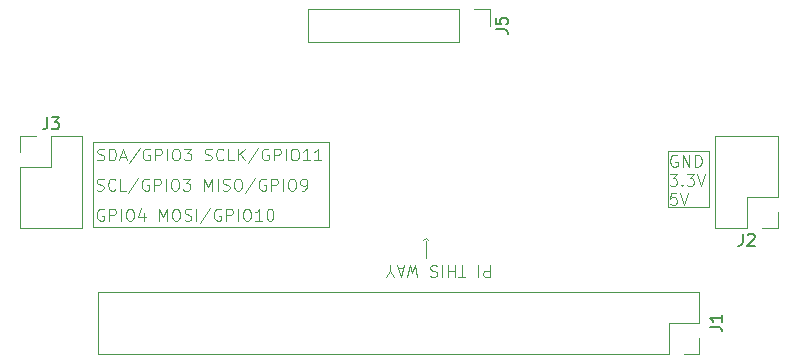
<source format=gto>
G04 #@! TF.GenerationSoftware,KiCad,Pcbnew,9.0.2*
G04 #@! TF.CreationDate,2025-10-25T16:25:04-04:00*
G04 #@! TF.ProjectId,Display,44697370-6c61-4792-9e6b-696361645f70,rev?*
G04 #@! TF.SameCoordinates,Original*
G04 #@! TF.FileFunction,Legend,Top*
G04 #@! TF.FilePolarity,Positive*
%FSLAX46Y46*%
G04 Gerber Fmt 4.6, Leading zero omitted, Abs format (unit mm)*
G04 Created by KiCad (PCBNEW 9.0.2) date 2025-10-25 16:25:04*
%MOMM*%
%LPD*%
G01*
G04 APERTURE LIST*
%ADD10C,0.100000*%
%ADD11C,0.150000*%
%ADD12C,0.120000*%
%ADD13R,1.700000X1.700000*%
%ADD14C,1.700000*%
G04 APERTURE END LIST*
D10*
X190550000Y-71350000D02*
X194000000Y-71350000D01*
X194000000Y-76050000D01*
X190550000Y-76050000D01*
X190550000Y-71350000D01*
X141850000Y-70600000D02*
X161900000Y-70600000D01*
X161900000Y-77800000D01*
X141850000Y-77800000D01*
X141850000Y-70600000D01*
X175496115Y-80977580D02*
X175496115Y-81977580D01*
X175496115Y-81977580D02*
X175115163Y-81977580D01*
X175115163Y-81977580D02*
X175019925Y-81929961D01*
X175019925Y-81929961D02*
X174972306Y-81882342D01*
X174972306Y-81882342D02*
X174924687Y-81787104D01*
X174924687Y-81787104D02*
X174924687Y-81644247D01*
X174924687Y-81644247D02*
X174972306Y-81549009D01*
X174972306Y-81549009D02*
X175019925Y-81501390D01*
X175019925Y-81501390D02*
X175115163Y-81453771D01*
X175115163Y-81453771D02*
X175496115Y-81453771D01*
X174496115Y-80977580D02*
X174496115Y-81977580D01*
X173400877Y-81977580D02*
X172829449Y-81977580D01*
X173115163Y-80977580D02*
X173115163Y-81977580D01*
X172496115Y-80977580D02*
X172496115Y-81977580D01*
X172496115Y-81501390D02*
X171924687Y-81501390D01*
X171924687Y-80977580D02*
X171924687Y-81977580D01*
X171448496Y-80977580D02*
X171448496Y-81977580D01*
X171019925Y-81025200D02*
X170877068Y-80977580D01*
X170877068Y-80977580D02*
X170638973Y-80977580D01*
X170638973Y-80977580D02*
X170543735Y-81025200D01*
X170543735Y-81025200D02*
X170496116Y-81072819D01*
X170496116Y-81072819D02*
X170448497Y-81168057D01*
X170448497Y-81168057D02*
X170448497Y-81263295D01*
X170448497Y-81263295D02*
X170496116Y-81358533D01*
X170496116Y-81358533D02*
X170543735Y-81406152D01*
X170543735Y-81406152D02*
X170638973Y-81453771D01*
X170638973Y-81453771D02*
X170829449Y-81501390D01*
X170829449Y-81501390D02*
X170924687Y-81549009D01*
X170924687Y-81549009D02*
X170972306Y-81596628D01*
X170972306Y-81596628D02*
X171019925Y-81691866D01*
X171019925Y-81691866D02*
X171019925Y-81787104D01*
X171019925Y-81787104D02*
X170972306Y-81882342D01*
X170972306Y-81882342D02*
X170924687Y-81929961D01*
X170924687Y-81929961D02*
X170829449Y-81977580D01*
X170829449Y-81977580D02*
X170591354Y-81977580D01*
X170591354Y-81977580D02*
X170448497Y-81929961D01*
X169353258Y-81977580D02*
X169115163Y-80977580D01*
X169115163Y-80977580D02*
X168924687Y-81691866D01*
X168924687Y-81691866D02*
X168734211Y-80977580D01*
X168734211Y-80977580D02*
X168496116Y-81977580D01*
X168162782Y-81263295D02*
X167686592Y-81263295D01*
X168258020Y-80977580D02*
X167924687Y-81977580D01*
X167924687Y-81977580D02*
X167591354Y-80977580D01*
X167067544Y-81453771D02*
X167067544Y-80977580D01*
X167400877Y-81977580D02*
X167067544Y-81453771D01*
X167067544Y-81453771D02*
X166734211Y-81977580D01*
X142206265Y-74624800D02*
X142349122Y-74672419D01*
X142349122Y-74672419D02*
X142587217Y-74672419D01*
X142587217Y-74672419D02*
X142682455Y-74624800D01*
X142682455Y-74624800D02*
X142730074Y-74577180D01*
X142730074Y-74577180D02*
X142777693Y-74481942D01*
X142777693Y-74481942D02*
X142777693Y-74386704D01*
X142777693Y-74386704D02*
X142730074Y-74291466D01*
X142730074Y-74291466D02*
X142682455Y-74243847D01*
X142682455Y-74243847D02*
X142587217Y-74196228D01*
X142587217Y-74196228D02*
X142396741Y-74148609D01*
X142396741Y-74148609D02*
X142301503Y-74100990D01*
X142301503Y-74100990D02*
X142253884Y-74053371D01*
X142253884Y-74053371D02*
X142206265Y-73958133D01*
X142206265Y-73958133D02*
X142206265Y-73862895D01*
X142206265Y-73862895D02*
X142253884Y-73767657D01*
X142253884Y-73767657D02*
X142301503Y-73720038D01*
X142301503Y-73720038D02*
X142396741Y-73672419D01*
X142396741Y-73672419D02*
X142634836Y-73672419D01*
X142634836Y-73672419D02*
X142777693Y-73720038D01*
X143777693Y-74577180D02*
X143730074Y-74624800D01*
X143730074Y-74624800D02*
X143587217Y-74672419D01*
X143587217Y-74672419D02*
X143491979Y-74672419D01*
X143491979Y-74672419D02*
X143349122Y-74624800D01*
X143349122Y-74624800D02*
X143253884Y-74529561D01*
X143253884Y-74529561D02*
X143206265Y-74434323D01*
X143206265Y-74434323D02*
X143158646Y-74243847D01*
X143158646Y-74243847D02*
X143158646Y-74100990D01*
X143158646Y-74100990D02*
X143206265Y-73910514D01*
X143206265Y-73910514D02*
X143253884Y-73815276D01*
X143253884Y-73815276D02*
X143349122Y-73720038D01*
X143349122Y-73720038D02*
X143491979Y-73672419D01*
X143491979Y-73672419D02*
X143587217Y-73672419D01*
X143587217Y-73672419D02*
X143730074Y-73720038D01*
X143730074Y-73720038D02*
X143777693Y-73767657D01*
X144682455Y-74672419D02*
X144206265Y-74672419D01*
X144206265Y-74672419D02*
X144206265Y-73672419D01*
X145730074Y-73624800D02*
X144872932Y-74910514D01*
X146587217Y-73720038D02*
X146491979Y-73672419D01*
X146491979Y-73672419D02*
X146349122Y-73672419D01*
X146349122Y-73672419D02*
X146206265Y-73720038D01*
X146206265Y-73720038D02*
X146111027Y-73815276D01*
X146111027Y-73815276D02*
X146063408Y-73910514D01*
X146063408Y-73910514D02*
X146015789Y-74100990D01*
X146015789Y-74100990D02*
X146015789Y-74243847D01*
X146015789Y-74243847D02*
X146063408Y-74434323D01*
X146063408Y-74434323D02*
X146111027Y-74529561D01*
X146111027Y-74529561D02*
X146206265Y-74624800D01*
X146206265Y-74624800D02*
X146349122Y-74672419D01*
X146349122Y-74672419D02*
X146444360Y-74672419D01*
X146444360Y-74672419D02*
X146587217Y-74624800D01*
X146587217Y-74624800D02*
X146634836Y-74577180D01*
X146634836Y-74577180D02*
X146634836Y-74243847D01*
X146634836Y-74243847D02*
X146444360Y-74243847D01*
X147063408Y-74672419D02*
X147063408Y-73672419D01*
X147063408Y-73672419D02*
X147444360Y-73672419D01*
X147444360Y-73672419D02*
X147539598Y-73720038D01*
X147539598Y-73720038D02*
X147587217Y-73767657D01*
X147587217Y-73767657D02*
X147634836Y-73862895D01*
X147634836Y-73862895D02*
X147634836Y-74005752D01*
X147634836Y-74005752D02*
X147587217Y-74100990D01*
X147587217Y-74100990D02*
X147539598Y-74148609D01*
X147539598Y-74148609D02*
X147444360Y-74196228D01*
X147444360Y-74196228D02*
X147063408Y-74196228D01*
X148063408Y-74672419D02*
X148063408Y-73672419D01*
X148730074Y-73672419D02*
X148920550Y-73672419D01*
X148920550Y-73672419D02*
X149015788Y-73720038D01*
X149015788Y-73720038D02*
X149111026Y-73815276D01*
X149111026Y-73815276D02*
X149158645Y-74005752D01*
X149158645Y-74005752D02*
X149158645Y-74339085D01*
X149158645Y-74339085D02*
X149111026Y-74529561D01*
X149111026Y-74529561D02*
X149015788Y-74624800D01*
X149015788Y-74624800D02*
X148920550Y-74672419D01*
X148920550Y-74672419D02*
X148730074Y-74672419D01*
X148730074Y-74672419D02*
X148634836Y-74624800D01*
X148634836Y-74624800D02*
X148539598Y-74529561D01*
X148539598Y-74529561D02*
X148491979Y-74339085D01*
X148491979Y-74339085D02*
X148491979Y-74005752D01*
X148491979Y-74005752D02*
X148539598Y-73815276D01*
X148539598Y-73815276D02*
X148634836Y-73720038D01*
X148634836Y-73720038D02*
X148730074Y-73672419D01*
X149491979Y-73672419D02*
X150111026Y-73672419D01*
X150111026Y-73672419D02*
X149777693Y-74053371D01*
X149777693Y-74053371D02*
X149920550Y-74053371D01*
X149920550Y-74053371D02*
X150015788Y-74100990D01*
X150015788Y-74100990D02*
X150063407Y-74148609D01*
X150063407Y-74148609D02*
X150111026Y-74243847D01*
X150111026Y-74243847D02*
X150111026Y-74481942D01*
X150111026Y-74481942D02*
X150063407Y-74577180D01*
X150063407Y-74577180D02*
X150015788Y-74624800D01*
X150015788Y-74624800D02*
X149920550Y-74672419D01*
X149920550Y-74672419D02*
X149634836Y-74672419D01*
X149634836Y-74672419D02*
X149539598Y-74624800D01*
X149539598Y-74624800D02*
X149491979Y-74577180D01*
X151301503Y-74672419D02*
X151301503Y-73672419D01*
X151301503Y-73672419D02*
X151634836Y-74386704D01*
X151634836Y-74386704D02*
X151968169Y-73672419D01*
X151968169Y-73672419D02*
X151968169Y-74672419D01*
X152444360Y-74672419D02*
X152444360Y-73672419D01*
X152872931Y-74624800D02*
X153015788Y-74672419D01*
X153015788Y-74672419D02*
X153253883Y-74672419D01*
X153253883Y-74672419D02*
X153349121Y-74624800D01*
X153349121Y-74624800D02*
X153396740Y-74577180D01*
X153396740Y-74577180D02*
X153444359Y-74481942D01*
X153444359Y-74481942D02*
X153444359Y-74386704D01*
X153444359Y-74386704D02*
X153396740Y-74291466D01*
X153396740Y-74291466D02*
X153349121Y-74243847D01*
X153349121Y-74243847D02*
X153253883Y-74196228D01*
X153253883Y-74196228D02*
X153063407Y-74148609D01*
X153063407Y-74148609D02*
X152968169Y-74100990D01*
X152968169Y-74100990D02*
X152920550Y-74053371D01*
X152920550Y-74053371D02*
X152872931Y-73958133D01*
X152872931Y-73958133D02*
X152872931Y-73862895D01*
X152872931Y-73862895D02*
X152920550Y-73767657D01*
X152920550Y-73767657D02*
X152968169Y-73720038D01*
X152968169Y-73720038D02*
X153063407Y-73672419D01*
X153063407Y-73672419D02*
X153301502Y-73672419D01*
X153301502Y-73672419D02*
X153444359Y-73720038D01*
X154063407Y-73672419D02*
X154253883Y-73672419D01*
X154253883Y-73672419D02*
X154349121Y-73720038D01*
X154349121Y-73720038D02*
X154444359Y-73815276D01*
X154444359Y-73815276D02*
X154491978Y-74005752D01*
X154491978Y-74005752D02*
X154491978Y-74339085D01*
X154491978Y-74339085D02*
X154444359Y-74529561D01*
X154444359Y-74529561D02*
X154349121Y-74624800D01*
X154349121Y-74624800D02*
X154253883Y-74672419D01*
X154253883Y-74672419D02*
X154063407Y-74672419D01*
X154063407Y-74672419D02*
X153968169Y-74624800D01*
X153968169Y-74624800D02*
X153872931Y-74529561D01*
X153872931Y-74529561D02*
X153825312Y-74339085D01*
X153825312Y-74339085D02*
X153825312Y-74005752D01*
X153825312Y-74005752D02*
X153872931Y-73815276D01*
X153872931Y-73815276D02*
X153968169Y-73720038D01*
X153968169Y-73720038D02*
X154063407Y-73672419D01*
X155634835Y-73624800D02*
X154777693Y-74910514D01*
X156491978Y-73720038D02*
X156396740Y-73672419D01*
X156396740Y-73672419D02*
X156253883Y-73672419D01*
X156253883Y-73672419D02*
X156111026Y-73720038D01*
X156111026Y-73720038D02*
X156015788Y-73815276D01*
X156015788Y-73815276D02*
X155968169Y-73910514D01*
X155968169Y-73910514D02*
X155920550Y-74100990D01*
X155920550Y-74100990D02*
X155920550Y-74243847D01*
X155920550Y-74243847D02*
X155968169Y-74434323D01*
X155968169Y-74434323D02*
X156015788Y-74529561D01*
X156015788Y-74529561D02*
X156111026Y-74624800D01*
X156111026Y-74624800D02*
X156253883Y-74672419D01*
X156253883Y-74672419D02*
X156349121Y-74672419D01*
X156349121Y-74672419D02*
X156491978Y-74624800D01*
X156491978Y-74624800D02*
X156539597Y-74577180D01*
X156539597Y-74577180D02*
X156539597Y-74243847D01*
X156539597Y-74243847D02*
X156349121Y-74243847D01*
X156968169Y-74672419D02*
X156968169Y-73672419D01*
X156968169Y-73672419D02*
X157349121Y-73672419D01*
X157349121Y-73672419D02*
X157444359Y-73720038D01*
X157444359Y-73720038D02*
X157491978Y-73767657D01*
X157491978Y-73767657D02*
X157539597Y-73862895D01*
X157539597Y-73862895D02*
X157539597Y-74005752D01*
X157539597Y-74005752D02*
X157491978Y-74100990D01*
X157491978Y-74100990D02*
X157444359Y-74148609D01*
X157444359Y-74148609D02*
X157349121Y-74196228D01*
X157349121Y-74196228D02*
X156968169Y-74196228D01*
X157968169Y-74672419D02*
X157968169Y-73672419D01*
X158634835Y-73672419D02*
X158825311Y-73672419D01*
X158825311Y-73672419D02*
X158920549Y-73720038D01*
X158920549Y-73720038D02*
X159015787Y-73815276D01*
X159015787Y-73815276D02*
X159063406Y-74005752D01*
X159063406Y-74005752D02*
X159063406Y-74339085D01*
X159063406Y-74339085D02*
X159015787Y-74529561D01*
X159015787Y-74529561D02*
X158920549Y-74624800D01*
X158920549Y-74624800D02*
X158825311Y-74672419D01*
X158825311Y-74672419D02*
X158634835Y-74672419D01*
X158634835Y-74672419D02*
X158539597Y-74624800D01*
X158539597Y-74624800D02*
X158444359Y-74529561D01*
X158444359Y-74529561D02*
X158396740Y-74339085D01*
X158396740Y-74339085D02*
X158396740Y-74005752D01*
X158396740Y-74005752D02*
X158444359Y-73815276D01*
X158444359Y-73815276D02*
X158539597Y-73720038D01*
X158539597Y-73720038D02*
X158634835Y-73672419D01*
X159539597Y-74672419D02*
X159730073Y-74672419D01*
X159730073Y-74672419D02*
X159825311Y-74624800D01*
X159825311Y-74624800D02*
X159872930Y-74577180D01*
X159872930Y-74577180D02*
X159968168Y-74434323D01*
X159968168Y-74434323D02*
X160015787Y-74243847D01*
X160015787Y-74243847D02*
X160015787Y-73862895D01*
X160015787Y-73862895D02*
X159968168Y-73767657D01*
X159968168Y-73767657D02*
X159920549Y-73720038D01*
X159920549Y-73720038D02*
X159825311Y-73672419D01*
X159825311Y-73672419D02*
X159634835Y-73672419D01*
X159634835Y-73672419D02*
X159539597Y-73720038D01*
X159539597Y-73720038D02*
X159491978Y-73767657D01*
X159491978Y-73767657D02*
X159444359Y-73862895D01*
X159444359Y-73862895D02*
X159444359Y-74100990D01*
X159444359Y-74100990D02*
X159491978Y-74196228D01*
X159491978Y-74196228D02*
X159539597Y-74243847D01*
X159539597Y-74243847D02*
X159634835Y-74291466D01*
X159634835Y-74291466D02*
X159825311Y-74291466D01*
X159825311Y-74291466D02*
X159920549Y-74243847D01*
X159920549Y-74243847D02*
X159968168Y-74196228D01*
X159968168Y-74196228D02*
X160015787Y-74100990D01*
X169861027Y-78817657D02*
X170051503Y-78674800D01*
X170051503Y-78674800D02*
X170241979Y-78817657D01*
X142777693Y-76270038D02*
X142682455Y-76222419D01*
X142682455Y-76222419D02*
X142539598Y-76222419D01*
X142539598Y-76222419D02*
X142396741Y-76270038D01*
X142396741Y-76270038D02*
X142301503Y-76365276D01*
X142301503Y-76365276D02*
X142253884Y-76460514D01*
X142253884Y-76460514D02*
X142206265Y-76650990D01*
X142206265Y-76650990D02*
X142206265Y-76793847D01*
X142206265Y-76793847D02*
X142253884Y-76984323D01*
X142253884Y-76984323D02*
X142301503Y-77079561D01*
X142301503Y-77079561D02*
X142396741Y-77174800D01*
X142396741Y-77174800D02*
X142539598Y-77222419D01*
X142539598Y-77222419D02*
X142634836Y-77222419D01*
X142634836Y-77222419D02*
X142777693Y-77174800D01*
X142777693Y-77174800D02*
X142825312Y-77127180D01*
X142825312Y-77127180D02*
X142825312Y-76793847D01*
X142825312Y-76793847D02*
X142634836Y-76793847D01*
X143253884Y-77222419D02*
X143253884Y-76222419D01*
X143253884Y-76222419D02*
X143634836Y-76222419D01*
X143634836Y-76222419D02*
X143730074Y-76270038D01*
X143730074Y-76270038D02*
X143777693Y-76317657D01*
X143777693Y-76317657D02*
X143825312Y-76412895D01*
X143825312Y-76412895D02*
X143825312Y-76555752D01*
X143825312Y-76555752D02*
X143777693Y-76650990D01*
X143777693Y-76650990D02*
X143730074Y-76698609D01*
X143730074Y-76698609D02*
X143634836Y-76746228D01*
X143634836Y-76746228D02*
X143253884Y-76746228D01*
X144253884Y-77222419D02*
X144253884Y-76222419D01*
X144920550Y-76222419D02*
X145111026Y-76222419D01*
X145111026Y-76222419D02*
X145206264Y-76270038D01*
X145206264Y-76270038D02*
X145301502Y-76365276D01*
X145301502Y-76365276D02*
X145349121Y-76555752D01*
X145349121Y-76555752D02*
X145349121Y-76889085D01*
X145349121Y-76889085D02*
X145301502Y-77079561D01*
X145301502Y-77079561D02*
X145206264Y-77174800D01*
X145206264Y-77174800D02*
X145111026Y-77222419D01*
X145111026Y-77222419D02*
X144920550Y-77222419D01*
X144920550Y-77222419D02*
X144825312Y-77174800D01*
X144825312Y-77174800D02*
X144730074Y-77079561D01*
X144730074Y-77079561D02*
X144682455Y-76889085D01*
X144682455Y-76889085D02*
X144682455Y-76555752D01*
X144682455Y-76555752D02*
X144730074Y-76365276D01*
X144730074Y-76365276D02*
X144825312Y-76270038D01*
X144825312Y-76270038D02*
X144920550Y-76222419D01*
X146206264Y-76555752D02*
X146206264Y-77222419D01*
X145968169Y-76174800D02*
X145730074Y-76889085D01*
X145730074Y-76889085D02*
X146349121Y-76889085D01*
X147491979Y-77222419D02*
X147491979Y-76222419D01*
X147491979Y-76222419D02*
X147825312Y-76936704D01*
X147825312Y-76936704D02*
X148158645Y-76222419D01*
X148158645Y-76222419D02*
X148158645Y-77222419D01*
X148825312Y-76222419D02*
X149015788Y-76222419D01*
X149015788Y-76222419D02*
X149111026Y-76270038D01*
X149111026Y-76270038D02*
X149206264Y-76365276D01*
X149206264Y-76365276D02*
X149253883Y-76555752D01*
X149253883Y-76555752D02*
X149253883Y-76889085D01*
X149253883Y-76889085D02*
X149206264Y-77079561D01*
X149206264Y-77079561D02*
X149111026Y-77174800D01*
X149111026Y-77174800D02*
X149015788Y-77222419D01*
X149015788Y-77222419D02*
X148825312Y-77222419D01*
X148825312Y-77222419D02*
X148730074Y-77174800D01*
X148730074Y-77174800D02*
X148634836Y-77079561D01*
X148634836Y-77079561D02*
X148587217Y-76889085D01*
X148587217Y-76889085D02*
X148587217Y-76555752D01*
X148587217Y-76555752D02*
X148634836Y-76365276D01*
X148634836Y-76365276D02*
X148730074Y-76270038D01*
X148730074Y-76270038D02*
X148825312Y-76222419D01*
X149634836Y-77174800D02*
X149777693Y-77222419D01*
X149777693Y-77222419D02*
X150015788Y-77222419D01*
X150015788Y-77222419D02*
X150111026Y-77174800D01*
X150111026Y-77174800D02*
X150158645Y-77127180D01*
X150158645Y-77127180D02*
X150206264Y-77031942D01*
X150206264Y-77031942D02*
X150206264Y-76936704D01*
X150206264Y-76936704D02*
X150158645Y-76841466D01*
X150158645Y-76841466D02*
X150111026Y-76793847D01*
X150111026Y-76793847D02*
X150015788Y-76746228D01*
X150015788Y-76746228D02*
X149825312Y-76698609D01*
X149825312Y-76698609D02*
X149730074Y-76650990D01*
X149730074Y-76650990D02*
X149682455Y-76603371D01*
X149682455Y-76603371D02*
X149634836Y-76508133D01*
X149634836Y-76508133D02*
X149634836Y-76412895D01*
X149634836Y-76412895D02*
X149682455Y-76317657D01*
X149682455Y-76317657D02*
X149730074Y-76270038D01*
X149730074Y-76270038D02*
X149825312Y-76222419D01*
X149825312Y-76222419D02*
X150063407Y-76222419D01*
X150063407Y-76222419D02*
X150206264Y-76270038D01*
X150634836Y-77222419D02*
X150634836Y-76222419D01*
X151825311Y-76174800D02*
X150968169Y-77460514D01*
X152682454Y-76270038D02*
X152587216Y-76222419D01*
X152587216Y-76222419D02*
X152444359Y-76222419D01*
X152444359Y-76222419D02*
X152301502Y-76270038D01*
X152301502Y-76270038D02*
X152206264Y-76365276D01*
X152206264Y-76365276D02*
X152158645Y-76460514D01*
X152158645Y-76460514D02*
X152111026Y-76650990D01*
X152111026Y-76650990D02*
X152111026Y-76793847D01*
X152111026Y-76793847D02*
X152158645Y-76984323D01*
X152158645Y-76984323D02*
X152206264Y-77079561D01*
X152206264Y-77079561D02*
X152301502Y-77174800D01*
X152301502Y-77174800D02*
X152444359Y-77222419D01*
X152444359Y-77222419D02*
X152539597Y-77222419D01*
X152539597Y-77222419D02*
X152682454Y-77174800D01*
X152682454Y-77174800D02*
X152730073Y-77127180D01*
X152730073Y-77127180D02*
X152730073Y-76793847D01*
X152730073Y-76793847D02*
X152539597Y-76793847D01*
X153158645Y-77222419D02*
X153158645Y-76222419D01*
X153158645Y-76222419D02*
X153539597Y-76222419D01*
X153539597Y-76222419D02*
X153634835Y-76270038D01*
X153634835Y-76270038D02*
X153682454Y-76317657D01*
X153682454Y-76317657D02*
X153730073Y-76412895D01*
X153730073Y-76412895D02*
X153730073Y-76555752D01*
X153730073Y-76555752D02*
X153682454Y-76650990D01*
X153682454Y-76650990D02*
X153634835Y-76698609D01*
X153634835Y-76698609D02*
X153539597Y-76746228D01*
X153539597Y-76746228D02*
X153158645Y-76746228D01*
X154158645Y-77222419D02*
X154158645Y-76222419D01*
X154825311Y-76222419D02*
X155015787Y-76222419D01*
X155015787Y-76222419D02*
X155111025Y-76270038D01*
X155111025Y-76270038D02*
X155206263Y-76365276D01*
X155206263Y-76365276D02*
X155253882Y-76555752D01*
X155253882Y-76555752D02*
X155253882Y-76889085D01*
X155253882Y-76889085D02*
X155206263Y-77079561D01*
X155206263Y-77079561D02*
X155111025Y-77174800D01*
X155111025Y-77174800D02*
X155015787Y-77222419D01*
X155015787Y-77222419D02*
X154825311Y-77222419D01*
X154825311Y-77222419D02*
X154730073Y-77174800D01*
X154730073Y-77174800D02*
X154634835Y-77079561D01*
X154634835Y-77079561D02*
X154587216Y-76889085D01*
X154587216Y-76889085D02*
X154587216Y-76555752D01*
X154587216Y-76555752D02*
X154634835Y-76365276D01*
X154634835Y-76365276D02*
X154730073Y-76270038D01*
X154730073Y-76270038D02*
X154825311Y-76222419D01*
X156206263Y-77222419D02*
X155634835Y-77222419D01*
X155920549Y-77222419D02*
X155920549Y-76222419D01*
X155920549Y-76222419D02*
X155825311Y-76365276D01*
X155825311Y-76365276D02*
X155730073Y-76460514D01*
X155730073Y-76460514D02*
X155634835Y-76508133D01*
X156825311Y-76222419D02*
X156920549Y-76222419D01*
X156920549Y-76222419D02*
X157015787Y-76270038D01*
X157015787Y-76270038D02*
X157063406Y-76317657D01*
X157063406Y-76317657D02*
X157111025Y-76412895D01*
X157111025Y-76412895D02*
X157158644Y-76603371D01*
X157158644Y-76603371D02*
X157158644Y-76841466D01*
X157158644Y-76841466D02*
X157111025Y-77031942D01*
X157111025Y-77031942D02*
X157063406Y-77127180D01*
X157063406Y-77127180D02*
X157015787Y-77174800D01*
X157015787Y-77174800D02*
X156920549Y-77222419D01*
X156920549Y-77222419D02*
X156825311Y-77222419D01*
X156825311Y-77222419D02*
X156730073Y-77174800D01*
X156730073Y-77174800D02*
X156682454Y-77127180D01*
X156682454Y-77127180D02*
X156634835Y-77031942D01*
X156634835Y-77031942D02*
X156587216Y-76841466D01*
X156587216Y-76841466D02*
X156587216Y-76603371D01*
X156587216Y-76603371D02*
X156634835Y-76412895D01*
X156634835Y-76412895D02*
X156682454Y-76317657D01*
X156682454Y-76317657D02*
X156730073Y-76270038D01*
X156730073Y-76270038D02*
X156825311Y-76222419D01*
X142256265Y-72074800D02*
X142399122Y-72122419D01*
X142399122Y-72122419D02*
X142637217Y-72122419D01*
X142637217Y-72122419D02*
X142732455Y-72074800D01*
X142732455Y-72074800D02*
X142780074Y-72027180D01*
X142780074Y-72027180D02*
X142827693Y-71931942D01*
X142827693Y-71931942D02*
X142827693Y-71836704D01*
X142827693Y-71836704D02*
X142780074Y-71741466D01*
X142780074Y-71741466D02*
X142732455Y-71693847D01*
X142732455Y-71693847D02*
X142637217Y-71646228D01*
X142637217Y-71646228D02*
X142446741Y-71598609D01*
X142446741Y-71598609D02*
X142351503Y-71550990D01*
X142351503Y-71550990D02*
X142303884Y-71503371D01*
X142303884Y-71503371D02*
X142256265Y-71408133D01*
X142256265Y-71408133D02*
X142256265Y-71312895D01*
X142256265Y-71312895D02*
X142303884Y-71217657D01*
X142303884Y-71217657D02*
X142351503Y-71170038D01*
X142351503Y-71170038D02*
X142446741Y-71122419D01*
X142446741Y-71122419D02*
X142684836Y-71122419D01*
X142684836Y-71122419D02*
X142827693Y-71170038D01*
X143256265Y-72122419D02*
X143256265Y-71122419D01*
X143256265Y-71122419D02*
X143494360Y-71122419D01*
X143494360Y-71122419D02*
X143637217Y-71170038D01*
X143637217Y-71170038D02*
X143732455Y-71265276D01*
X143732455Y-71265276D02*
X143780074Y-71360514D01*
X143780074Y-71360514D02*
X143827693Y-71550990D01*
X143827693Y-71550990D02*
X143827693Y-71693847D01*
X143827693Y-71693847D02*
X143780074Y-71884323D01*
X143780074Y-71884323D02*
X143732455Y-71979561D01*
X143732455Y-71979561D02*
X143637217Y-72074800D01*
X143637217Y-72074800D02*
X143494360Y-72122419D01*
X143494360Y-72122419D02*
X143256265Y-72122419D01*
X144208646Y-71836704D02*
X144684836Y-71836704D01*
X144113408Y-72122419D02*
X144446741Y-71122419D01*
X144446741Y-71122419D02*
X144780074Y-72122419D01*
X145827693Y-71074800D02*
X144970551Y-72360514D01*
X146684836Y-71170038D02*
X146589598Y-71122419D01*
X146589598Y-71122419D02*
X146446741Y-71122419D01*
X146446741Y-71122419D02*
X146303884Y-71170038D01*
X146303884Y-71170038D02*
X146208646Y-71265276D01*
X146208646Y-71265276D02*
X146161027Y-71360514D01*
X146161027Y-71360514D02*
X146113408Y-71550990D01*
X146113408Y-71550990D02*
X146113408Y-71693847D01*
X146113408Y-71693847D02*
X146161027Y-71884323D01*
X146161027Y-71884323D02*
X146208646Y-71979561D01*
X146208646Y-71979561D02*
X146303884Y-72074800D01*
X146303884Y-72074800D02*
X146446741Y-72122419D01*
X146446741Y-72122419D02*
X146541979Y-72122419D01*
X146541979Y-72122419D02*
X146684836Y-72074800D01*
X146684836Y-72074800D02*
X146732455Y-72027180D01*
X146732455Y-72027180D02*
X146732455Y-71693847D01*
X146732455Y-71693847D02*
X146541979Y-71693847D01*
X147161027Y-72122419D02*
X147161027Y-71122419D01*
X147161027Y-71122419D02*
X147541979Y-71122419D01*
X147541979Y-71122419D02*
X147637217Y-71170038D01*
X147637217Y-71170038D02*
X147684836Y-71217657D01*
X147684836Y-71217657D02*
X147732455Y-71312895D01*
X147732455Y-71312895D02*
X147732455Y-71455752D01*
X147732455Y-71455752D02*
X147684836Y-71550990D01*
X147684836Y-71550990D02*
X147637217Y-71598609D01*
X147637217Y-71598609D02*
X147541979Y-71646228D01*
X147541979Y-71646228D02*
X147161027Y-71646228D01*
X148161027Y-72122419D02*
X148161027Y-71122419D01*
X148827693Y-71122419D02*
X149018169Y-71122419D01*
X149018169Y-71122419D02*
X149113407Y-71170038D01*
X149113407Y-71170038D02*
X149208645Y-71265276D01*
X149208645Y-71265276D02*
X149256264Y-71455752D01*
X149256264Y-71455752D02*
X149256264Y-71789085D01*
X149256264Y-71789085D02*
X149208645Y-71979561D01*
X149208645Y-71979561D02*
X149113407Y-72074800D01*
X149113407Y-72074800D02*
X149018169Y-72122419D01*
X149018169Y-72122419D02*
X148827693Y-72122419D01*
X148827693Y-72122419D02*
X148732455Y-72074800D01*
X148732455Y-72074800D02*
X148637217Y-71979561D01*
X148637217Y-71979561D02*
X148589598Y-71789085D01*
X148589598Y-71789085D02*
X148589598Y-71455752D01*
X148589598Y-71455752D02*
X148637217Y-71265276D01*
X148637217Y-71265276D02*
X148732455Y-71170038D01*
X148732455Y-71170038D02*
X148827693Y-71122419D01*
X149589598Y-71122419D02*
X150208645Y-71122419D01*
X150208645Y-71122419D02*
X149875312Y-71503371D01*
X149875312Y-71503371D02*
X150018169Y-71503371D01*
X150018169Y-71503371D02*
X150113407Y-71550990D01*
X150113407Y-71550990D02*
X150161026Y-71598609D01*
X150161026Y-71598609D02*
X150208645Y-71693847D01*
X150208645Y-71693847D02*
X150208645Y-71931942D01*
X150208645Y-71931942D02*
X150161026Y-72027180D01*
X150161026Y-72027180D02*
X150113407Y-72074800D01*
X150113407Y-72074800D02*
X150018169Y-72122419D01*
X150018169Y-72122419D02*
X149732455Y-72122419D01*
X149732455Y-72122419D02*
X149637217Y-72074800D01*
X149637217Y-72074800D02*
X149589598Y-72027180D01*
X151351503Y-72074800D02*
X151494360Y-72122419D01*
X151494360Y-72122419D02*
X151732455Y-72122419D01*
X151732455Y-72122419D02*
X151827693Y-72074800D01*
X151827693Y-72074800D02*
X151875312Y-72027180D01*
X151875312Y-72027180D02*
X151922931Y-71931942D01*
X151922931Y-71931942D02*
X151922931Y-71836704D01*
X151922931Y-71836704D02*
X151875312Y-71741466D01*
X151875312Y-71741466D02*
X151827693Y-71693847D01*
X151827693Y-71693847D02*
X151732455Y-71646228D01*
X151732455Y-71646228D02*
X151541979Y-71598609D01*
X151541979Y-71598609D02*
X151446741Y-71550990D01*
X151446741Y-71550990D02*
X151399122Y-71503371D01*
X151399122Y-71503371D02*
X151351503Y-71408133D01*
X151351503Y-71408133D02*
X151351503Y-71312895D01*
X151351503Y-71312895D02*
X151399122Y-71217657D01*
X151399122Y-71217657D02*
X151446741Y-71170038D01*
X151446741Y-71170038D02*
X151541979Y-71122419D01*
X151541979Y-71122419D02*
X151780074Y-71122419D01*
X151780074Y-71122419D02*
X151922931Y-71170038D01*
X152922931Y-72027180D02*
X152875312Y-72074800D01*
X152875312Y-72074800D02*
X152732455Y-72122419D01*
X152732455Y-72122419D02*
X152637217Y-72122419D01*
X152637217Y-72122419D02*
X152494360Y-72074800D01*
X152494360Y-72074800D02*
X152399122Y-71979561D01*
X152399122Y-71979561D02*
X152351503Y-71884323D01*
X152351503Y-71884323D02*
X152303884Y-71693847D01*
X152303884Y-71693847D02*
X152303884Y-71550990D01*
X152303884Y-71550990D02*
X152351503Y-71360514D01*
X152351503Y-71360514D02*
X152399122Y-71265276D01*
X152399122Y-71265276D02*
X152494360Y-71170038D01*
X152494360Y-71170038D02*
X152637217Y-71122419D01*
X152637217Y-71122419D02*
X152732455Y-71122419D01*
X152732455Y-71122419D02*
X152875312Y-71170038D01*
X152875312Y-71170038D02*
X152922931Y-71217657D01*
X153827693Y-72122419D02*
X153351503Y-72122419D01*
X153351503Y-72122419D02*
X153351503Y-71122419D01*
X154161027Y-72122419D02*
X154161027Y-71122419D01*
X154732455Y-72122419D02*
X154303884Y-71550990D01*
X154732455Y-71122419D02*
X154161027Y-71693847D01*
X155875312Y-71074800D02*
X155018170Y-72360514D01*
X156732455Y-71170038D02*
X156637217Y-71122419D01*
X156637217Y-71122419D02*
X156494360Y-71122419D01*
X156494360Y-71122419D02*
X156351503Y-71170038D01*
X156351503Y-71170038D02*
X156256265Y-71265276D01*
X156256265Y-71265276D02*
X156208646Y-71360514D01*
X156208646Y-71360514D02*
X156161027Y-71550990D01*
X156161027Y-71550990D02*
X156161027Y-71693847D01*
X156161027Y-71693847D02*
X156208646Y-71884323D01*
X156208646Y-71884323D02*
X156256265Y-71979561D01*
X156256265Y-71979561D02*
X156351503Y-72074800D01*
X156351503Y-72074800D02*
X156494360Y-72122419D01*
X156494360Y-72122419D02*
X156589598Y-72122419D01*
X156589598Y-72122419D02*
X156732455Y-72074800D01*
X156732455Y-72074800D02*
X156780074Y-72027180D01*
X156780074Y-72027180D02*
X156780074Y-71693847D01*
X156780074Y-71693847D02*
X156589598Y-71693847D01*
X157208646Y-72122419D02*
X157208646Y-71122419D01*
X157208646Y-71122419D02*
X157589598Y-71122419D01*
X157589598Y-71122419D02*
X157684836Y-71170038D01*
X157684836Y-71170038D02*
X157732455Y-71217657D01*
X157732455Y-71217657D02*
X157780074Y-71312895D01*
X157780074Y-71312895D02*
X157780074Y-71455752D01*
X157780074Y-71455752D02*
X157732455Y-71550990D01*
X157732455Y-71550990D02*
X157684836Y-71598609D01*
X157684836Y-71598609D02*
X157589598Y-71646228D01*
X157589598Y-71646228D02*
X157208646Y-71646228D01*
X158208646Y-72122419D02*
X158208646Y-71122419D01*
X158875312Y-71122419D02*
X159065788Y-71122419D01*
X159065788Y-71122419D02*
X159161026Y-71170038D01*
X159161026Y-71170038D02*
X159256264Y-71265276D01*
X159256264Y-71265276D02*
X159303883Y-71455752D01*
X159303883Y-71455752D02*
X159303883Y-71789085D01*
X159303883Y-71789085D02*
X159256264Y-71979561D01*
X159256264Y-71979561D02*
X159161026Y-72074800D01*
X159161026Y-72074800D02*
X159065788Y-72122419D01*
X159065788Y-72122419D02*
X158875312Y-72122419D01*
X158875312Y-72122419D02*
X158780074Y-72074800D01*
X158780074Y-72074800D02*
X158684836Y-71979561D01*
X158684836Y-71979561D02*
X158637217Y-71789085D01*
X158637217Y-71789085D02*
X158637217Y-71455752D01*
X158637217Y-71455752D02*
X158684836Y-71265276D01*
X158684836Y-71265276D02*
X158780074Y-71170038D01*
X158780074Y-71170038D02*
X158875312Y-71122419D01*
X160256264Y-72122419D02*
X159684836Y-72122419D01*
X159970550Y-72122419D02*
X159970550Y-71122419D01*
X159970550Y-71122419D02*
X159875312Y-71265276D01*
X159875312Y-71265276D02*
X159780074Y-71360514D01*
X159780074Y-71360514D02*
X159684836Y-71408133D01*
X161208645Y-72122419D02*
X160637217Y-72122419D01*
X160922931Y-72122419D02*
X160922931Y-71122419D01*
X160922931Y-71122419D02*
X160827693Y-71265276D01*
X160827693Y-71265276D02*
X160732455Y-71360514D01*
X160732455Y-71360514D02*
X160637217Y-71408133D01*
X191327693Y-71700150D02*
X191232455Y-71652531D01*
X191232455Y-71652531D02*
X191089598Y-71652531D01*
X191089598Y-71652531D02*
X190946741Y-71700150D01*
X190946741Y-71700150D02*
X190851503Y-71795388D01*
X190851503Y-71795388D02*
X190803884Y-71890626D01*
X190803884Y-71890626D02*
X190756265Y-72081102D01*
X190756265Y-72081102D02*
X190756265Y-72223959D01*
X190756265Y-72223959D02*
X190803884Y-72414435D01*
X190803884Y-72414435D02*
X190851503Y-72509673D01*
X190851503Y-72509673D02*
X190946741Y-72604912D01*
X190946741Y-72604912D02*
X191089598Y-72652531D01*
X191089598Y-72652531D02*
X191184836Y-72652531D01*
X191184836Y-72652531D02*
X191327693Y-72604912D01*
X191327693Y-72604912D02*
X191375312Y-72557292D01*
X191375312Y-72557292D02*
X191375312Y-72223959D01*
X191375312Y-72223959D02*
X191184836Y-72223959D01*
X191803884Y-72652531D02*
X191803884Y-71652531D01*
X191803884Y-71652531D02*
X192375312Y-72652531D01*
X192375312Y-72652531D02*
X192375312Y-71652531D01*
X192851503Y-72652531D02*
X192851503Y-71652531D01*
X192851503Y-71652531D02*
X193089598Y-71652531D01*
X193089598Y-71652531D02*
X193232455Y-71700150D01*
X193232455Y-71700150D02*
X193327693Y-71795388D01*
X193327693Y-71795388D02*
X193375312Y-71890626D01*
X193375312Y-71890626D02*
X193422931Y-72081102D01*
X193422931Y-72081102D02*
X193422931Y-72223959D01*
X193422931Y-72223959D02*
X193375312Y-72414435D01*
X193375312Y-72414435D02*
X193327693Y-72509673D01*
X193327693Y-72509673D02*
X193232455Y-72604912D01*
X193232455Y-72604912D02*
X193089598Y-72652531D01*
X193089598Y-72652531D02*
X192851503Y-72652531D01*
X190708646Y-73262475D02*
X191327693Y-73262475D01*
X191327693Y-73262475D02*
X190994360Y-73643427D01*
X190994360Y-73643427D02*
X191137217Y-73643427D01*
X191137217Y-73643427D02*
X191232455Y-73691046D01*
X191232455Y-73691046D02*
X191280074Y-73738665D01*
X191280074Y-73738665D02*
X191327693Y-73833903D01*
X191327693Y-73833903D02*
X191327693Y-74071998D01*
X191327693Y-74071998D02*
X191280074Y-74167236D01*
X191280074Y-74167236D02*
X191232455Y-74214856D01*
X191232455Y-74214856D02*
X191137217Y-74262475D01*
X191137217Y-74262475D02*
X190851503Y-74262475D01*
X190851503Y-74262475D02*
X190756265Y-74214856D01*
X190756265Y-74214856D02*
X190708646Y-74167236D01*
X191756265Y-74167236D02*
X191803884Y-74214856D01*
X191803884Y-74214856D02*
X191756265Y-74262475D01*
X191756265Y-74262475D02*
X191708646Y-74214856D01*
X191708646Y-74214856D02*
X191756265Y-74167236D01*
X191756265Y-74167236D02*
X191756265Y-74262475D01*
X192137217Y-73262475D02*
X192756264Y-73262475D01*
X192756264Y-73262475D02*
X192422931Y-73643427D01*
X192422931Y-73643427D02*
X192565788Y-73643427D01*
X192565788Y-73643427D02*
X192661026Y-73691046D01*
X192661026Y-73691046D02*
X192708645Y-73738665D01*
X192708645Y-73738665D02*
X192756264Y-73833903D01*
X192756264Y-73833903D02*
X192756264Y-74071998D01*
X192756264Y-74071998D02*
X192708645Y-74167236D01*
X192708645Y-74167236D02*
X192661026Y-74214856D01*
X192661026Y-74214856D02*
X192565788Y-74262475D01*
X192565788Y-74262475D02*
X192280074Y-74262475D01*
X192280074Y-74262475D02*
X192184836Y-74214856D01*
X192184836Y-74214856D02*
X192137217Y-74167236D01*
X193041979Y-73262475D02*
X193375312Y-74262475D01*
X193375312Y-74262475D02*
X193708645Y-73262475D01*
X191280074Y-74872419D02*
X190803884Y-74872419D01*
X190803884Y-74872419D02*
X190756265Y-75348609D01*
X190756265Y-75348609D02*
X190803884Y-75300990D01*
X190803884Y-75300990D02*
X190899122Y-75253371D01*
X190899122Y-75253371D02*
X191137217Y-75253371D01*
X191137217Y-75253371D02*
X191232455Y-75300990D01*
X191232455Y-75300990D02*
X191280074Y-75348609D01*
X191280074Y-75348609D02*
X191327693Y-75443847D01*
X191327693Y-75443847D02*
X191327693Y-75681942D01*
X191327693Y-75681942D02*
X191280074Y-75777180D01*
X191280074Y-75777180D02*
X191232455Y-75824800D01*
X191232455Y-75824800D02*
X191137217Y-75872419D01*
X191137217Y-75872419D02*
X190899122Y-75872419D01*
X190899122Y-75872419D02*
X190803884Y-75824800D01*
X190803884Y-75824800D02*
X190756265Y-75777180D01*
X191613408Y-74872419D02*
X191946741Y-75872419D01*
X191946741Y-75872419D02*
X192280074Y-74872419D01*
X170041979Y-80355752D02*
X170041979Y-78927180D01*
D11*
X137996666Y-68484819D02*
X137996666Y-69199104D01*
X137996666Y-69199104D02*
X137949047Y-69341961D01*
X137949047Y-69341961D02*
X137853809Y-69437200D01*
X137853809Y-69437200D02*
X137710952Y-69484819D01*
X137710952Y-69484819D02*
X137615714Y-69484819D01*
X138377619Y-68484819D02*
X138996666Y-68484819D01*
X138996666Y-68484819D02*
X138663333Y-68865771D01*
X138663333Y-68865771D02*
X138806190Y-68865771D01*
X138806190Y-68865771D02*
X138901428Y-68913390D01*
X138901428Y-68913390D02*
X138949047Y-68961009D01*
X138949047Y-68961009D02*
X138996666Y-69056247D01*
X138996666Y-69056247D02*
X138996666Y-69294342D01*
X138996666Y-69294342D02*
X138949047Y-69389580D01*
X138949047Y-69389580D02*
X138901428Y-69437200D01*
X138901428Y-69437200D02*
X138806190Y-69484819D01*
X138806190Y-69484819D02*
X138520476Y-69484819D01*
X138520476Y-69484819D02*
X138425238Y-69437200D01*
X138425238Y-69437200D02*
X138377619Y-69389580D01*
X175984819Y-61033333D02*
X176699104Y-61033333D01*
X176699104Y-61033333D02*
X176841961Y-61080952D01*
X176841961Y-61080952D02*
X176937200Y-61176190D01*
X176937200Y-61176190D02*
X176984819Y-61319047D01*
X176984819Y-61319047D02*
X176984819Y-61414285D01*
X175984819Y-60080952D02*
X175984819Y-60557142D01*
X175984819Y-60557142D02*
X176461009Y-60604761D01*
X176461009Y-60604761D02*
X176413390Y-60557142D01*
X176413390Y-60557142D02*
X176365771Y-60461904D01*
X176365771Y-60461904D02*
X176365771Y-60223809D01*
X176365771Y-60223809D02*
X176413390Y-60128571D01*
X176413390Y-60128571D02*
X176461009Y-60080952D01*
X176461009Y-60080952D02*
X176556247Y-60033333D01*
X176556247Y-60033333D02*
X176794342Y-60033333D01*
X176794342Y-60033333D02*
X176889580Y-60080952D01*
X176889580Y-60080952D02*
X176937200Y-60128571D01*
X176937200Y-60128571D02*
X176984819Y-60223809D01*
X176984819Y-60223809D02*
X176984819Y-60461904D01*
X176984819Y-60461904D02*
X176937200Y-60557142D01*
X176937200Y-60557142D02*
X176889580Y-60604761D01*
X194124819Y-86213333D02*
X194839104Y-86213333D01*
X194839104Y-86213333D02*
X194981961Y-86260952D01*
X194981961Y-86260952D02*
X195077200Y-86356190D01*
X195077200Y-86356190D02*
X195124819Y-86499047D01*
X195124819Y-86499047D02*
X195124819Y-86594285D01*
X195124819Y-85213333D02*
X195124819Y-85784761D01*
X195124819Y-85499047D02*
X194124819Y-85499047D01*
X194124819Y-85499047D02*
X194267676Y-85594285D01*
X194267676Y-85594285D02*
X194362914Y-85689523D01*
X194362914Y-85689523D02*
X194410533Y-85784761D01*
X196896666Y-78324819D02*
X196896666Y-79039104D01*
X196896666Y-79039104D02*
X196849047Y-79181961D01*
X196849047Y-79181961D02*
X196753809Y-79277200D01*
X196753809Y-79277200D02*
X196610952Y-79324819D01*
X196610952Y-79324819D02*
X196515714Y-79324819D01*
X197325238Y-78420057D02*
X197372857Y-78372438D01*
X197372857Y-78372438D02*
X197468095Y-78324819D01*
X197468095Y-78324819D02*
X197706190Y-78324819D01*
X197706190Y-78324819D02*
X197801428Y-78372438D01*
X197801428Y-78372438D02*
X197849047Y-78420057D01*
X197849047Y-78420057D02*
X197896666Y-78515295D01*
X197896666Y-78515295D02*
X197896666Y-78610533D01*
X197896666Y-78610533D02*
X197849047Y-78753390D01*
X197849047Y-78753390D02*
X197277619Y-79324819D01*
X197277619Y-79324819D02*
X197896666Y-79324819D01*
D12*
X135680000Y-70030000D02*
X137060000Y-70030000D01*
X135680000Y-71410000D02*
X135680000Y-70030000D01*
X135680000Y-72680000D02*
X135680000Y-77870000D01*
X135680000Y-72680000D02*
X138330000Y-72680000D01*
X135680000Y-77870000D02*
X140980000Y-77870000D01*
X138330000Y-70030000D02*
X140980000Y-70030000D01*
X138330000Y-72680000D02*
X138330000Y-70030000D01*
X140980000Y-70030000D02*
X140980000Y-77870000D01*
X160070000Y-59320000D02*
X160070000Y-62080000D01*
X172880000Y-59320000D02*
X160070000Y-59320000D01*
X172880000Y-59320000D02*
X172880000Y-62080000D01*
X172880000Y-62080000D02*
X160070000Y-62080000D01*
X174150000Y-59320000D02*
X175530000Y-59320000D01*
X175530000Y-59320000D02*
X175530000Y-60700000D01*
X142310000Y-83280000D02*
X142310000Y-88480000D01*
X190630000Y-85880000D02*
X190630000Y-88480000D01*
X190630000Y-88480000D02*
X142310000Y-88480000D01*
X193230000Y-83280000D02*
X142310000Y-83280000D01*
X193230000Y-83280000D02*
X193230000Y-85880000D01*
X193230000Y-85880000D02*
X190630000Y-85880000D01*
X193230000Y-87150000D02*
X193230000Y-88480000D01*
X193230000Y-88480000D02*
X191900000Y-88480000D01*
X194580000Y-77870000D02*
X194580000Y-70030000D01*
X197230000Y-75220000D02*
X197230000Y-77870000D01*
X197230000Y-77870000D02*
X194580000Y-77870000D01*
X199880000Y-70030000D02*
X194580000Y-70030000D01*
X199880000Y-75220000D02*
X197230000Y-75220000D01*
X199880000Y-75220000D02*
X199880000Y-70030000D01*
X199880000Y-76490000D02*
X199880000Y-77870000D01*
X199880000Y-77870000D02*
X198500000Y-77870000D01*
%LPC*%
D13*
X137060000Y-71410000D03*
D14*
X139600000Y-71410000D03*
X137060000Y-73950000D03*
X139600000Y-73950000D03*
X137060000Y-76490000D03*
X139600000Y-76490000D03*
D13*
X174150000Y-60700000D03*
D14*
X171610000Y-60700000D03*
X169070000Y-60700000D03*
X166530000Y-60700000D03*
X163990000Y-60700000D03*
X161450000Y-60700000D03*
D13*
X191900000Y-87150000D03*
D14*
X191900000Y-84610000D03*
X189360000Y-87150000D03*
X189360000Y-84610000D03*
X186820000Y-87150000D03*
X186820000Y-84610000D03*
X184280000Y-87150000D03*
X184280000Y-84610000D03*
X181740000Y-87150000D03*
X181740000Y-84610000D03*
X179200000Y-87150000D03*
X179200000Y-84610000D03*
X176660000Y-87150000D03*
X176660000Y-84610000D03*
X174120000Y-87150000D03*
X174120000Y-84610000D03*
X171580000Y-87150000D03*
X171580000Y-84610000D03*
X169040000Y-87150000D03*
X169040000Y-84610000D03*
X166500000Y-87150000D03*
X166500000Y-84610000D03*
X163960000Y-87150000D03*
X163960000Y-84610000D03*
X161420000Y-87150000D03*
X161420000Y-84610000D03*
X158880000Y-87150000D03*
X158880000Y-84610000D03*
X156340000Y-87150000D03*
X156340000Y-84610000D03*
X153800000Y-87150000D03*
X153800000Y-84610000D03*
X151260000Y-87150000D03*
X151260000Y-84610000D03*
X148720000Y-87150000D03*
X148720000Y-84610000D03*
X146180000Y-87150000D03*
X146180000Y-84610000D03*
X143640000Y-87150000D03*
X143640000Y-84610000D03*
D13*
X198500000Y-76490000D03*
D14*
X195960000Y-76490000D03*
X198500000Y-73950000D03*
X195960000Y-73950000D03*
X198500000Y-71410000D03*
X195960000Y-71410000D03*
%LPD*%
M02*

</source>
